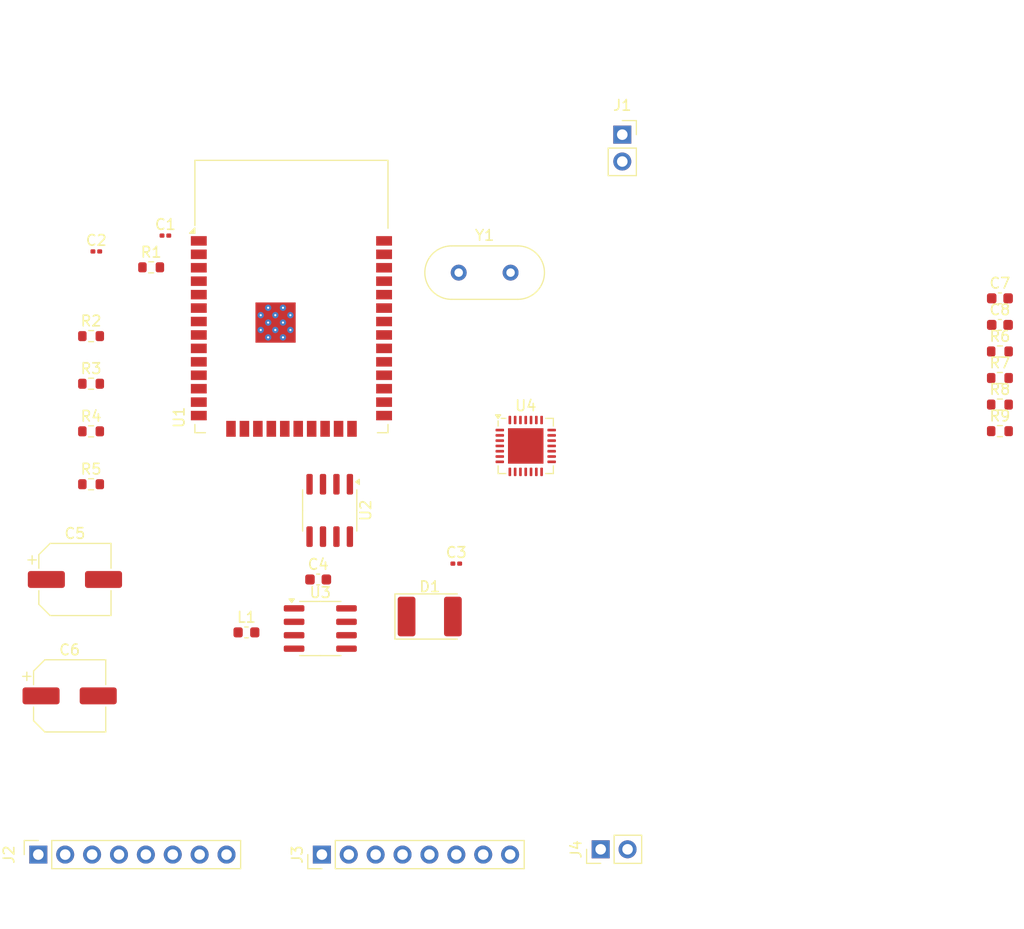
<source format=kicad_pcb>
(kicad_pcb (version 20240108) (generator "pcbnew") (generator_version "8.0")
  (layers (0 "F.Cu" signal) (31 "B.Cu" signal) (34 "B.Paste" user) (35 "F.Paste" user) (36 "B.SilkS" user "B.Silkscreen") (37 "F.SilkS" user "F.Silkscreen") (38 "B.Mask" user) (39 "F.Mask" user) (44 "Edge.Cuts" user))
  (net 0 "")
  (net 1 "GND")
  (net 2 "/3v3")
  (net 3 "Net-(U1-EN)")
  (net 4 "Net-(D1-K)")
  (net 5 "Net-(U3-CB)")
  (net 6 "/Vin_12V")
  (net 7 "VDD33")
  (net 8 "Net-(U1-IO32)")
  (net 9 "Net-(U1-IO33)")
  (net 10 "Net-(U2-Rs)")
  (net 26 "/CAN0_TXD")
  (net 40 "/CAN0_RXD")
  (net 44 "Net-(J1-Pin_1)")
  (net 45 "Net-(J1-Pin_2)")
  (net 66 "Net-(U4-SUSPEND)")
  (net 67 "Net-(U4-~{RST})")
  (net 68 "Net-(U4-VBUS)")
  (net 69 "/VBUS")
  (net 71 "/USB_DP")
  (net 74 "Net-(U4-GND-Pad29)")
  (net 75 "/DCD")
  (net 76 "/RXD")
  (net 77 "/DSR")
  (net 81 "/RTS")
  (net 83 "/CTS")
  (net 86 "/RI")
  (net 89 "/USB_DN")
  (net 91 "/TXD")
  (footprint "Capacitor_SMD:C_0201_0603Metric" (layer "F.Cu") (at 54.82 66.5)
    (property "Reference" "C3" (at 0 -1.05 0) (layer "F.SilkS"))
    (property "Value" "1uF")
    (pad "1" smd roundrect (at -0.32 0) (size 0.46 0.4) (layers "F.Cu" "F.Mask") (net 3 "Net-(U1-EN)"))
    (pad "2" smd roundrect (at 0.32 0) (size 0.46 0.4) (layers "F.Cu" "F.Mask") (net 1 "GND"))
  )
  (footprint "Capacitor_SMD:CP_Elec_6.3x3" (layer "F.Cu") (at 18.8 68)
    (property "Reference" "C5" (at 0 -4.35 0) (layer "F.SilkS"))
    (property "Value" "C_Polarized")
    (fp_line (start -4.4375 -1.8475) (end -3.65 -1.8475) (stroke (width 0.12)) (layer "F.SilkS"))
    (fp_line (start -4.04375 -2.24125) (end -4.04375 -1.45375) (stroke (width 0.12)) (layer "F.SilkS"))
    (fp_line (start -3.41 -2.345563) (end -3.41 -1.06) (stroke (width 0.12)) (layer "F.SilkS"))
    (fp_line (start -3.41 -2.345563) (end -2.345563 -3.41) (stroke (width 0.12)) (layer "F.SilkS"))
    (fp_line (start -3.41 2.345563) (end -3.41 1.06) (stroke (width 0.12)) (layer "F.SilkS"))
    (fp_line (start -3.41 2.345563) (end -2.345563 3.41) (stroke (width 0.12)) (layer "F.SilkS"))
    (fp_line (start -2.345563 -3.41) (end 3.41 -3.41) (stroke (width 0.12)) (layer "F.SilkS"))
    (fp_line (start -2.345563 3.41) (end 3.41 3.41) (stroke (width 0.12)) (layer "F.SilkS"))
    (fp_line (start 3.41 -3.41) (end 3.41 -1.06) (stroke (width 0.12)) (layer "F.SilkS"))
    (fp_line (start 3.41 3.41) (end 3.41 1.06) (stroke (width 0.12)) (layer "F.SilkS"))
    (pad "1" smd roundrect (at -2.7 0) (size 3.5 1.6) (layers "F.Cu" "F.Paste" "F.Mask") (roundrect_rratio 0.15625) (net 6 "/Vin_12V"))
    (pad "2" smd roundrect (at 2.7 0) (size 3.5 1.6) (layers "F.Cu" "F.Paste" "F.Mask") (roundrect_rratio 0.15625) (net 1 "GND"))
  )
  (footprint "Resistor_SMD:R_0603_1608Metric" (layer "F.Cu") (at 26 38.5)
    (property "Reference" "R1" (at 0 -1.43 0) (layer "F.SilkS"))
    (property "Value" "10k")
    (fp_line (start -0.237258 -0.5225) (end 0.237258 -0.5225) (stroke (width 0.12)) (layer "F.SilkS"))
    (fp_line (start -0.237258 0.5225) (end 0.237258 0.5225) (stroke (width 0.12)) (layer "F.SilkS"))
    (pad "1" smd roundrect (at -0.825 0) (size 0.8 0.95) (layers "F.Cu" "F.Paste" "F.Mask") (net 2 "/3v3"))
    (pad "2" smd roundrect (at 0.825 0) (size 0.8 0.95) (layers "F.Cu" "F.Paste" "F.Mask") (net 3 "Net-(U1-EN)"))
  )
  (footprint "Resistor_SMD:R_0603_1608Metric" (layer "F.Cu") (at 106.17 46.45)
    (property "Reference" "R6" (at 0 -1.43 0) (layer "F.SilkS"))
    (property "Value" "10K")
    (fp_line (start -0.237258 -0.5225) (end 0.237258 -0.5225) (stroke (width 0.12)) (layer "F.SilkS"))
    (fp_line (start -0.237258 0.5225) (end 0.237258 0.5225) (stroke (width 0.12)) (layer "F.SilkS"))
    (pad "1" smd roundrect (at -0.825 0) (size 0.8 0.95) (layers "F.Cu" "F.Paste" "F.Mask") (net 1 "GND"))
    (pad "2" smd roundrect (at 0.825 0) (size 0.8 0.95) (layers "F.Cu" "F.Paste" "F.Mask") (net 66 "Net-(U4-SUSPEND)"))
  )
  (footprint "Resistor_SMD:R_0603_1608Metric" (layer "F.Cu") (at 106.17 51.47)
    (property "Reference" "R8" (at 0 -1.43 0) (layer "F.SilkS"))
    (property "Value" "22.1K")
    (fp_line (start -0.237258 -0.5225) (end 0.237258 -0.5225) (stroke (width 0.12)) (layer "F.SilkS"))
    (fp_line (start -0.237258 0.5225) (end 0.237258 0.5225) (stroke (width 0.12)) (layer "F.SilkS"))
    (pad "1" smd roundrect (at -0.825 0) (size 0.8 0.95) (layers "F.Cu" "F.Paste" "F.Mask") (net 69 "/VBUS"))
    (pad "2" smd roundrect (at 0.825 0) (size 0.8 0.95) (layers "F.Cu" "F.Paste" "F.Mask") (net 68 "Net-(U4-VBUS)"))
  )
  (footprint "Resistor_SMD:R_0603_1608Metric" (layer "F.Cu") (at 20.325 49.5)
    (property "Reference" "R3" (at 0 -1.43 0) (layer "F.SilkS"))
    (property "Value" "R")
    (fp_line (start -0.237258 -0.5225) (end 0.237258 -0.5225) (stroke (width 0.12)) (layer "F.SilkS"))
    (fp_line (start -0.237258 0.5225) (end 0.237258 0.5225) (stroke (width 0.12)) (layer "F.SilkS"))
    (pad "1" smd roundrect (at -0.825 0) (size 0.8 0.95) (layers "F.Cu" "F.Paste" "F.Mask") (net 9 "Net-(U1-IO33)"))
    (pad "2" smd roundrect (at 0.825 0) (size 0.8 0.95) (layers "F.Cu" "F.Paste" "F.Mask") (net 1 "GND"))
  )
  (footprint "Resistor_SMD:R_0603_1608Metric" (layer "F.Cu") (at 106.17 53.98)
    (property "Reference" "R9" (at 0 -1.43 0) (layer "F.SilkS"))
    (property "Value" "47.5K")
    (fp_line (start -0.237258 -0.5225) (end 0.237258 -0.5225) (stroke (width 0.12)) (layer "F.SilkS"))
    (fp_line (start -0.237258 0.5225) (end 0.237258 0.5225) (stroke (width 0.12)) (layer "F.SilkS"))
    (pad "1" smd roundrect (at -0.825 0) (size 0.8 0.95) (layers "F.Cu" "F.Paste" "F.Mask") (net 68 "Net-(U4-VBUS)"))
    (pad "2" smd roundrect (at 0.825 0) (size 0.8 0.95) (layers "F.Cu" "F.Paste" "F.Mask") (net 1 "GND"))
  )
  (footprint "Package_DFN_QFN:QFN-28-1EP_5x5mm_P0.5mm_EP3.35x3.35mm" (layer "F.Cu") (at 61.38 55.38)
    (property "Reference" "U4" (at 0 -3.8 0) (layer "F.SilkS"))
    (property "Value" "CP2102N-Axx-xQFN28")
    (fp_line (start -2.61 -1.885) (end -2.61 -2.37) (stroke (width 0.12)) (layer "F.SilkS"))
    (fp_line (start -2.61 2.61) (end -2.61 1.885) (stroke (width 0.12)) (layer "F.SilkS"))
    (fp_line (start -1.885 -2.61) (end -2.31 -2.61) (stroke (width 0.12)) (layer "F.SilkS"))
    (fp_line (start -1.885 2.61) (end -2.61 2.61) (stroke (width 0.12)) (layer "F.SilkS"))
    (fp_line (start 1.885 -2.61) (end 2.61 -2.61) (stroke (width 0.12)) (layer "F.SilkS"))
    (fp_line (start 1.885 2.61) (end 2.61 2.61) (stroke (width 0.12)) (layer "F.SilkS"))
    (fp_line (start 2.61 -2.61) (end 2.61 -1.885) (stroke (width 0.12)) (layer "F.SilkS"))
    (fp_line (start 2.61 2.61) (end 2.61 1.885) (stroke (width 0.12)) (layer "F.SilkS"))
    (fp_poly (pts (xy -2.61 -2.61) (xy -2.85 -2.94) (xy -2.37 -2.94) (xy -2.61 -2.61)) (stroke (width 0.12)) (fill solid) (layer "F.SilkS"))
    (pad "1" smd roundrect (at -2.45 -1.5) (size 0.8 0.25) (layers "F.Cu" "F.Paste" "F.Mask") (net 75 "/DCD"))
    (pad "2" smd roundrect (at -2.45 -1) (size 0.8 0.25) (layers "F.Cu" "F.Paste" "F.Mask") (net 86 "/RI"))
    (pad "3" smd roundrect (at -2.45 -0.5) (size 0.8 0.25) (layers "F.Cu" "F.Paste" "F.Mask") (net 74 "Net-(U4-GND-Pad29)"))
    (pad "4" smd roundrect (at -2.45 0) (size 0.8 0.25) (layers "F.Cu" "F.Paste" "F.Mask") (net 71 "/USB_DP"))
    (pad "5" smd roundrect (at -2.45 0.5) (size 0.8 0.25) (layers "F.Cu" "F.Paste" "F.Mask") (net 89 "/USB_DN"))
    (pad "6" smd roundrect (at -2.45 1) (size 0.8 0.25) (layers "F.Cu" "F.Paste" "F.Mask") (net 7 "VDD33"))
    (pad "7" smd roundrect (at -2.45 1.5) (size 0.8 0.25) (layers "F.Cu" "F.Paste" "F.Mask") (net 7 "VDD33"))
    (pad "8" smd roundrect (at -1.5 2.45) (size 0.25 0.8) (layers "F.Cu" "F.Paste" "F.Mask") (net 68 "Net-(U4-VBUS)"))
    (pad "9" smd roundrect (at -1 2.45) (size 0.25 0.8) (layers "F.Cu" "F.Paste" "F.Mask") (net 67 "Net-(U4-~{RST})"))
    (pad "10" smd roundrect (at -0.5 2.45) (size 0.25 0.8) (layers "F.Cu" "F.Paste" "F.Mask"))
    (pad "11" smd roundrect (at 0 2.45) (size 0.25 0.8) (layers "F.Cu" "F.Paste" "F.Mask"))
    (pad "12" smd roundrect (at 0.5 2.45) (size 0.25 0.8) (layers "F.Cu" "F.Paste" "F.Mask") (net 66 "Net-(U4-SUSPEND)"))
    (pad "13" smd roundrect (at 1 2.45) (size 0.25 0.8) (layers "F.Cu" "F.Paste" "F.Mask"))
    (pad "14" smd roundrect (at 1.5 2.45) (size 0.25 0.8) (layers "F.Cu" "F.Paste" "F.Mask"))
    (pad "15" smd roundrect (at 2.45 1.5) (size 0.8 0.25) (layers "F.Cu" "F.Paste" "F.Mask"))
    (pad "16" smd roundrect (at 2.45 1) (size 0.8 0.25) (layers "F.Cu" "F.Paste" "F.Mask"))
    (pad "17" smd roundrect (at 2.45 0.5) (size 0.8 0.25) (layers "F.Cu" "F.Paste" "F.Mask"))
    (pad "18" smd roundrect (at 2.45 0) (size 0.8 0.25) (layers "F.Cu" "F.Paste" "F.Mask"))
    (pad "19" smd roundrect (at 2.45 -0.5) (size 0.8 0.25) (layers "F.Cu" "F.Paste" "F.Mask"))
    (pad "20" smd roundrect (at 2.45 -1) (size 0.8 0.25) (layers "F.Cu" "F.Paste" "F.Mask"))
    (pad "21" smd roundrect (at 2.45 -1.5) (size 0.8 0.25) (layers "F.Cu" "F.Paste" "F.Mask"))
    (pad "22" smd roundrect (at 1.5 -2.45) (size 0.25 0.8) (layers "F.Cu" "F.Paste" "F.Mask"))
    (pad "23" smd roundrect (at 1 -2.45) (size 0.25 0.8) (layers "F.Cu" "F.Paste" "F.Mask") (net 83 "/CTS"))
    (pad "24" smd roundrect (at 0.5 -2.45) (size 0.25 0.8) (layers "F.Cu" "F.Paste" "F.Mask") (net 81 "/RTS"))
    (pad "25" smd roundrect (at 0 -2.45) (size 0.25 0.8) (layers "F.Cu" "F.Paste" "F.Mask") (net 76 "/RXD"))
    (pad "26" smd roundrect (at -0.5 -2.45) (size 0.25 0.8) (layers "F.Cu" "F.Paste" "F.Mask") (net 91 "/TXD"))
    (pad "27" smd roundrect (at -1 -2.45) (size 0.25 0.8) (layers "F.Cu" "F.Paste" "F.Mask") (net 77 "/DSR"))
    (pad "28" smd roundrect (at -1.5 -2.45) (size 0.25 0.8) (layers "F.Cu" "F.Paste" "F.Mask") (net 1 "GND"))
    (pad "29" smd rect (at 0 0) (size 3.35 3.35) (property pad_prop_heatsink) (layers "F.Cu" "F.Mask") (net 74 "Net-(U4-GND-Pad29)"))
  )
  (footprint "Capacitor_SMD:C_0603_1608Metric" (layer "F.Cu") (at 41.775 68)
    (property "Reference" "C4" (at 0 -1.43 0) (layer "F.SilkS"))
    (property "Value" "C")
    (fp_line (start -0.14058 -0.51) (end 0.14058 -0.51) (stroke (width 0.12)) (layer "F.SilkS"))
    (fp_line (start -0.14058 0.51) (end 0.14058 0.51) (stroke (width 0.12)) (layer "F.SilkS"))
    (pad "1" smd roundrect (at -0.775 0) (size 0.9 0.95) (layers "F.Cu" "F.Paste" "F.Mask") (net 5 "Net-(U3-CB)"))
    (pad "2" smd roundrect (at 0.775 0) (size 0.9 0.95) (layers "F.Cu" "F.Paste" "F.Mask") (net 4 "Net-(D1-K)"))
  )
  (footprint "Resistor_SMD:R_0603_1608Metric" (layer "F.Cu") (at 20.325 54)
    (property "Reference" "R4" (at 0 -1.43 0) (layer "F.SilkS"))
    (property "Value" "R")
    (fp_line (start -0.237258 -0.5225) (end 0.237258 -0.5225) (stroke (width 0.12)) (layer "F.SilkS"))
    (fp_line (start -0.237258 0.5225) (end 0.237258 0.5225) (stroke (width 0.12)) (layer "F.SilkS"))
    (pad "1" smd roundrect (at -0.825 0) (size 0.8 0.95) (layers "F.Cu" "F.Paste" "F.Mask") (net 1 "GND"))
    (pad "2" smd roundrect (at 0.825 0) (size 0.8 0.95) (layers "F.Cu" "F.Paste" "F.Mask") (net 1 "GND"))
  )
  (footprint "Crystal:Crystal_HC18-U_Vertical" (layer "F.Cu") (at 55.05 39)
    (property "Reference" "Y1" (at 2.45 -3.525 0) (layer "F.SilkS"))
    (property "Value" "Crystal")
    (fp_line (start -0.675 -2.525) (end 5.575 -2.525) (stroke (width 0.12)) (layer "F.SilkS"))
    (fp_line (start -0.675 2.525) (end 5.575 2.525) (stroke (width 0.12)) (layer "F.SilkS"))
    (fp_arc (start -0.675 2.525) (mid -3.2 0) (end -0.675 -2.525) (stroke (width 0.12)) (layer "F.SilkS"))
    (fp_arc (start 5.575 -2.525) (mid 8.1 0) (end 5.575 2.525) (stroke (width 0.12)) (layer "F.SilkS"))
    (pad "1" thru_hole circle (at 0 0) (size 1.5 1.5) (drill 0.8) (layers "*.Cu" "*.Mask") (net 1 "GND"))
    (pad "2" thru_hole circle (at 4.9 0) (size 1.5 1.5) (drill 0.8) (layers "*.Cu" "*.Mask") (net 1 "GND"))
  )
  (footprint "Connector_PinSocket_2.54mm:PinSocket_1x08_P2.54mm_Vertical" (layer "F.Cu") (at 15.34 94 90)
    (property "Reference" "J2" (at 0 -2.77 90) (layer "F.SilkS"))
    (property "Value" "Conn_01x08")
    (fp_line (start 1.33 -1.33) (end 1.33 0) (stroke (width 0.12)) (layer "F.SilkS"))
    (fp_line (start 0 -1.33) (end 1.33 -1.33) (stroke (width 0.12)) (layer "F.SilkS"))
    (fp_line (start 1.33 1.27) (end 1.33 19.11) (stroke (width 0.12)) (layer "F.SilkS"))
    (fp_line (start -1.33 1.27) (end 1.33 1.27) (stroke (width 0.12)) (layer "F.SilkS"))
    (fp_line (start -1.33 1.27) (end -1.33 19.11) (stroke (width 0.12)) (layer "F.SilkS"))
    (fp_line (start -1.33 19.11) (end 1.33 19.11) (stroke (width 0.12)) (layer "F.SilkS"))
    (pad "1" thru_hole rect (at 0 0 90) (size 1.7 1.7) (drill 1) (layers "*.Cu" "*.Mask"))
    (pad "2" thru_hole oval (at 0 2.54 90) (size 1.7 1.7) (drill 1) (layers "*.Cu" "*.Mask"))
    (pad "3" thru_hole oval (at 0 5.08 90) (size 1.7 1.7) (drill 1) (layers "*.Cu" "*.Mask"))
    (pad "4" thru_hole oval (at 0 7.62 90) (size 1.7 1.7) (drill 1) (layers "*.Cu" "*.Mask"))
    (pad "5" thru_hole oval (at 0 10.16 90) (size 1.7 1.7) (drill 1) (layers "*.Cu" "*.Mask"))
    (pad "6" thru_hole oval (at 0 12.7 90) (size 1.7 1.7) (drill 1) (layers "*.Cu" "*.Mask"))
    (pad "7" thru_hole oval (at 0 15.24 90) (size 1.7 1.7) (drill 1) (layers "*.Cu" "*.Mask"))
    (pad "8" thru_hole oval (at 0 17.78 90) (size 1.7 1.7) (drill 1) (layers "*.Cu" "*.Mask"))
  )
  (footprint "Connector_PinHeader_2.54mm:PinHeader_1x02_P2.54mm_Vertical" (layer "F.Cu") (at 68.46 93.5 90)
    (property "Reference" "J4" (at 0 -2.33 90) (layer "F.SilkS"))
    (property "Value" "Conn_01x02_Socket")
    (fp_line (start -1.33 -1.33) (end 0 -1.33) (stroke (width 0.12)) (layer "F.SilkS"))
    (fp_line (start -1.33 0) (end -1.33 -1.33) (stroke (width 0.12)) (layer "F.SilkS"))
    (fp_line (start 1.33 1.27) (end 1.33 3.87) (stroke (width 0.12)) (layer "F.SilkS"))
    (fp_line (start -1.33 1.27) (end 1.33 1.27) (stroke (width 0.12)) (layer "F.SilkS"))
    (fp_line (start -1.33 1.27) (end -1.33 3.87) (stroke (width 0.12)) (layer "F.SilkS"))
    (fp_line (start -1.33 3.87) (end 1.33 3.87) (stroke (width 0.12)) (layer "F.SilkS"))
    (pad "1" thru_hole rect (at 0 0 90) (size 1.7 1.7) (drill 1) (layers "*.Cu" "*.Mask"))
    (pad "2" thru_hole oval (at 0 2.54 90) (size 1.7 1.7) (drill 1) (layers "*.Cu" "*.Mask"))
  )
  (footprint "Connector_PinSocket_2.54mm:PinSocket_1x02_P2.54mm_Vertical" (layer "F.Cu") (at 70.5 25.96)
    (property "Reference" "J1" (at 0 -2.77 0) (layer "F.SilkS"))
    (property "Value" "Conn_01x02_Socket")
    (fp_line (start -1.33 1.27) (end -1.33 3.87) (stroke (width 0.12)) (layer "F.SilkS"))
    (fp_line (start -1.33 1.27) (end 1.33 1.27) (stroke (width 0.12)) (layer "F.SilkS"))
    (fp_line (start -1.33 3.87) (end 1.33 3.87) (stroke (width 0.12)) (layer "F.SilkS"))
    (fp_line (start 0 -1.33) (end 1.33 -1.33) (stroke (width 0.12)) (layer "F.SilkS"))
    (fp_line (start 1.33 -1.33) (end 1.33 0) (stroke (width 0.12)) (layer "F.SilkS"))
    (fp_line (start 1.33 1.27) (end 1.33 3.87) (stroke (width 0.12)) (layer "F.SilkS"))
    (pad "1" thru_hole rect (at 0 0) (size 1.7 1.7) (drill 1) (layers "*.Cu" "*.Mask") (net 44 "Net-(J1-Pin_1)"))
    (pad "2" thru_hole oval (at 0 2.54) (size 1.7 1.7) (drill 1) (layers "*.Cu" "*.Mask") (net 45 "Net-(J1-Pin_2)"))
  )
  (footprint "Diode_SMD:D_2114_3652Metric" (layer "F.Cu") (at 52.3125 71.5)
    (property "Reference" "D1" (at 0 -2.82 0) (layer "F.SilkS"))
    (property "Value" "D_Schottky")
    (fp_line (start -3.285 -2.135) (end -3.285 2.135) (stroke (width 0.12)) (layer "F.SilkS"))
    (fp_line (start -3.285 2.135) (end 2.6 2.135) (stroke (width 0.12)) (layer "F.SilkS"))
    (fp_line (start 2.6 -2.135) (end -3.285 -2.135) (stroke (width 0.12)) (layer "F.SilkS"))
    (pad "1" smd roundrect (at -2.1875 0) (size 1.675 3.75) (layers "F.Cu" "F.Paste" "F.Mask") (roundrect_rratio 0.149254) (net 4 "Net-(D1-K)"))
    (pad "2" smd roundrect (at 2.1875 0) (size 1.675 3.75) (layers "F.Cu" "F.Paste" "F.Mask") (roundrect_rratio 0.149254) (net 1 "GND"))
  )
  (footprint "Package_SO:SOIC-8_3.9x4.9mm_P1.27mm" (layer "F.Cu") (at 41.975 72.635)
    (property "Reference" "U3" (at 0 -3.4 0) (layer "F.SilkS"))
    (property "Value" "LM2675M-3.3")
    (fp_line (start 0 -2.56) (end -1.95 -2.56) (stroke (width 0.12)) (layer "F.SilkS"))
    (fp_line (start 0 -2.56) (end 1.95 -2.56) (stroke (width 0.12)) (layer "F.SilkS"))
    (fp_line (start 0 2.56) (end -1.95 2.56) (stroke (width 0.12)) (layer "F.SilkS"))
    (fp_line (start 0 2.56) (end 1.95 2.56) (stroke (width 0.12)) (layer "F.SilkS"))
    (fp_poly (pts (xy -2.7 -2.465) (xy -2.94 -2.795) (xy -2.46 -2.795) (xy -2.7 -2.465)) (stroke (width 0.12)) (fill solid) (layer "F.SilkS"))
    (pad "1" smd roundrect (at -2.475 -1.905) (size 1.95 0.6) (layers "F.Cu" "F.Paste" "F.Mask") (net 5 "Net-(U3-CB)"))
    (pad "2" smd roundrect (at -2.475 -0.635) (size 1.95 0.6) (layers "F.Cu" "F.Paste" "F.Mask"))
    (pad "3" smd roundrect (at -2.475 0.635) (size 1.95 0.6) (layers "F.Cu" "F.Paste" "F.Mask"))
    (pad "4" smd roundrect (at -2.475 1.905) (size 1.95 0.6) (layers "F.Cu" "F.Paste" "F.Mask") (net 7 "VDD33"))
    (pad "5" smd roundrect (at 2.475 1.905) (size 1.95 0.6) (layers "F.Cu" "F.Paste" "F.Mask"))
    (pad "6" smd roundrect (at 2.475 0.635) (size 1.95 0.6) (layers "F.Cu" "F.Paste" "F.Mask") (net 1 "GND"))
    (pad "7" smd roundrect (at 2.475 -0.635) (size 1.95 0.6) (layers "F.Cu" "F.Paste" "F.Mask") (net 6 "/Vin_12V"))
    (pad "8" smd roundrect (at 2.475 -1.905) (size 1.95 0.6) (layers "F.Cu" "F.Paste" "F.Mask") (net 4 "Net-(D1-K)"))
  )
  (footprint "Connector_PinHeader_2.54mm:PinHeader_1x08_P2.54mm_Vertical" (layer "F.Cu") (at 42.125 94 90)
    (property "Reference" "J3" (at 0 -2.33 90) (layer "F.SilkS"))
    (property "Value" "Conn_01x08")
    (fp_line (start -1.33 -1.33) (end 0 -1.33) (stroke (width 0.12)) (layer "F.SilkS"))
    (fp_line (start -1.33 0) (end -1.33 -1.33) (stroke (width 0.12)) (layer "F.SilkS"))
    (fp_line (start 1.33 1.27) (end 1.33 19.11) (stroke (width 0.12)) (layer "F.SilkS"))
    (fp_line (start -1.33 1.27) (end 1.33 1.27) (stroke (width 0.12)) (layer "F.SilkS"))
    (fp_line (start -1.33 1.27) (end -1.33 19.11) (stroke (width 0.12)) (layer "F.SilkS"))
    (fp_line (start -1.33 19.11) (end 1.33 19.11) (stroke (width 0.12)) (layer "F.SilkS"))
    (pad "1" thru_hole rect (at 0 0 90) (size 1.7 1.7) (drill 1) (layers "*.Cu" "*.Mask"))
    (pad "2" thru_hole oval (at 0 2.54 90) (size 1.7 1.7) (drill 1) (layers "*.Cu" "*.Mask"))
    (pad "3" thru_hole oval (at 0 5.08 90) (size 1.7 1.7) (drill 1) (layers "*.Cu" "*.Mask"))
    (pad "4" thru_hole oval (at 0 7.62 90) (size 1.7 1.7) (drill 1) (layers "*.Cu" "*.Mask"))
    (pad "5" thru_hole oval (at 0 10.16 90) (size 1.7 1.7) (drill 1) (layers "*.Cu" "*.Mask"))
    (pad "6" thru_hole oval (at 0 12.7 90) (size 1.7 1.7) (drill 1) (layers "*.Cu" "*.Mask"))
    (pad "7" thru_hole oval (at 0 15.24 90) (size 1.7 1.7) (drill 1) (layers "*.Cu" "*.Mask"))
    (pad "8" thru_hole oval (at 0 17.78 90) (size 1.7 1.7) (drill 1) (layers "*.Cu" "*.Mask"))
  )
  (footprint "Resistor_SMD:R_0603_1608Metric" (layer "F.Cu") (at 106.17 48.96)
    (property "Reference" "R7" (at 0 -1.43 0) (layer "F.SilkS"))
    (property "Value" "2K")
    (fp_line (start -0.237258 -0.5225) (end 0.237258 -0.5225) (stroke (width 0.12)) (layer "F.SilkS"))
    (fp_line (start -0.237258 0.5225) (end 0.237258 0.5225) (stroke (width 0.12)) (layer "F.SilkS"))
    (pad "1" smd roundrect (at -0.825 0) (size 0.8 0.95) (layers "F.Cu" "F.Paste" "F.Mask") (net 67 "Net-(U4-~{RST})"))
    (pad "2" smd roundrect (at 0.825 0) (size 0.8 0.95) (layers "F.Cu" "F.Paste" "F.Mask") (net 7 "VDD33"))
  )
  (footprint "Resistor_SMD:R_0603_1608Metric" (layer "F.Cu") (at 20.325 59)
    (property "Reference" "R5" (at 0 -1.43 0) (layer "F.SilkS"))
    (property "Value" "10K")
    (fp_line (start -0.237258 -0.5225) (end 0.237258 -0.5225) (stroke (width 0.12)) (layer "F.SilkS"))
    (fp_line (start -0.237258 0.5225) (end 0.237258 0.5225) (stroke (width 0.12)) (layer "F.SilkS"))
    (pad "1" smd roundrect (at -0.825 0) (size 0.8 0.95) (layers "F.Cu" "F.Paste" "F.Mask") (net 10 "Net-(U2-Rs)"))
    (pad "2" smd roundrect (at 0.825 0) (size 0.8 0.95) (layers "F.Cu" "F.Paste" "F.Mask") (net 1 "GND"))
  )
  (footprint "Inductor_SMD:L_0603_1608Metric" (layer "F.Cu") (at 35 73)
    (property "Reference" "L1" (at 0 -1.43 0) (layer "F.SilkS"))
    (property "Value" "L")
    (fp_line (start -0.162779 -0.51) (end 0.162779 -0.51) (stroke (width 0.12)) (layer "F.SilkS"))
    (fp_line (start -0.162779 0.51) (end 0.162779 0.51) (stroke (width 0.12)) (layer "F.SilkS"))
    (pad "1" smd roundrect (at -0.7875 0) (size 0.875 0.95) (layers "F.Cu" "F.Paste" "F.Mask") (net 4 "Net-(D1-K)"))
    (pad "2" smd roundrect (at 0.7875 0) (size 0.875 0.95) (layers "F.Cu" "F.Paste" "F.Mask") (net 7 "VDD33"))
  )
  (footprint "Resistor_SMD:R_0603_1608Metric" (layer "F.Cu") (at 20.325 45)
    (property "Reference" "R2" (at 0 -1.43 0) (layer "F.SilkS"))
    (property "Value" "R")
    (fp_line (start -0.237258 -0.5225) (end 0.237258 -0.5225) (stroke (width 0.12)) (layer "F.SilkS"))
    (fp_line (start -0.237258 0.5225) (end 0.237258 0.5225) (stroke (width 0.12)) (layer "F.SilkS"))
    (pad "1" smd roundrect (at -0.825 0) (size 0.8 0.95) (layers "F.Cu" "F.Paste" "F.Mask") (net 8 "Net-(U1-IO32)"))
    (pad "2" smd roundrect (at 0.825 0) (size 0.8 0.95) (layers "F.Cu" "F.Paste" "F.Mask") (net 1 "GND"))
  )
  (footprint "Package_SO:SOIC-8_3.9x4.9mm_P1.27mm" (layer "F.Cu") (at 42.865 61.475 -90)
    (property "Reference" "U2" (at 0 -3.4 90) (layer "F.SilkS"))
    (property "Value" "SN65HVD230")
    (fp_line (start 0 2.56) (end -1.95 2.56) (stroke (width 0.12)) (layer "F.SilkS"))
    (fp_line (start 0 2.56) (end 1.95 2.56) (stroke (width 0.12)) (layer "F.SilkS"))
    (fp_line (start 0 -2.56) (end -1.95 -2.56) (stroke (width 0.12)) (layer "F.SilkS"))
    (fp_line (start 0 -2.56) (end 1.95 -2.56) (stroke (width 0.12)) (layer "F.SilkS"))
    (fp_poly (pts (xy -2.7 -2.465) (xy -2.94 -2.795) (xy -2.46 -2.795) (xy -2.7 -2.465)) (stroke (width 0.12)) (fill solid) (layer "F.SilkS"))
    (pad "1" smd roundrect (at -2.475 -1.905 270) (size 1.95 0.6) (layers "F.Cu" "F.Paste" "F.Mask") (net 26 "/CAN0_TXD"))
    (pad "2" smd roundrect (at -2.475 -0.635 270) (size 1.95 0.6) (layers "F.Cu" "F.Paste" "F.Mask") (net 1 "GND"))
    (pad "3" smd roundrect (at -2.475 0.635 270) (size 1.95 0.6) (layers "F.Cu" "F.Paste" "F.Mask") (net 7 "VDD33"))
    (pad "4" smd roundrect (at -2.475 1.905 270) (size 1.95 0.6) (layers "F.Cu" "F.Paste" "F.Mask") (net 40 "/CAN0_RXD"))
    (pad "5" smd roundrect (at 2.475 1.905 270) (size 1.95 0.6) (layers "F.Cu" "F.Paste" "F.Mask"))
    (pad "6" smd roundrect (at 2.475 0.635 270) (size 1.95 0.6) (layers "F.Cu" "F.Paste" "F.Mask") (net 45 "Net-(J1-Pin_2)"))
    (pad "7" smd roundrect (at 2.475 -0.635 270) (size 1.95 0.6) (layers "F.Cu" "F.Paste" "F.Mask") (net 44 "Net-(J1-Pin_1)"))
    (pad "8" smd roundrect (at 2.475 -1.905 270) (size 1.95 0.6) (layers "F.Cu" "F.Paste" "F.Mask") (net 10 "Net-(U2-Rs)"))
  )
  (footprint "Capacitor_SMD:C_0603_1608Metric" (layer "F.Cu") (at 106.17 41.43)
    (property "Reference" "C7" (at 0 -1.43 0) (layer "F.SilkS"))
    (property "Value" "4.7uF")
    (fp_line (start -0.14058 -0.51) (end 0.14058 -0.51) (stroke (width 0.12)) (layer "F.SilkS"))
    (fp_line (start -0.14058 0.51) (end 0.14058 0.51) (stroke (width 0.12)) (layer "F.SilkS"))
    (pad "1" smd roundrect (at -0.775 0) (size 0.9 0.95) (layers "F.Cu" "F.Paste" "F.Mask") (net 7 "VDD33"))
    (pad "2" smd roundrect (at 0.775 0) (size 0.9 0.95) (layers "F.Cu" "F.Paste" "F.Mask") (net 1 "GND"))
  )
  (footprint "Capacitor_SMD:C_0603_1608Metric" (layer "F.Cu") (at 106.17 43.94)
    (property "Reference" "C8" (at 0 -1.43 0) (layer "F.SilkS"))
    (property "Value" "4.7uF")
    (fp_line (start -0.14058 -0.51) (end 0.14058 -0.51) (stroke (width 0.12)) (layer "F.SilkS"))
    (fp_line (start -0.14058 0.51) (end 0.14058 0.51) (stroke (width 0.12)) (layer "F.SilkS"))
    (pad "1" smd roundrect (at -0.775 0) (size 0.9 0.95) (layers "F.Cu" "F.Paste" "F.Mask") (net 7 "VDD33"))
    (pad "2" smd roundrect (at 0.775 0) (size 0.9 0.95) (layers "F.Cu" "F.Paste" "F.Mask") (net 1 "GND"))
  )
  (footprint "Capacitor_SMD:CP_Elec_6.3x3" (layer "F.Cu") (at 18.3 79)
    (property "Reference" "C6" (at 0 -4.35 0) (layer "F.SilkS"))
    (property "Value" "C_Polarized")
    (fp_line (start -4.4375 -1.8475) (end -3.65 -1.8475) (stroke (width 0.12)) (layer "F.SilkS"))
    (fp_line (start -4.04375 -2.24125) (end -4.04375 -1.45375) (stroke (width 0.12)) (layer "F.SilkS"))
    (fp_line (start -3.41 -2.345563) (end -3.41 -1.06) (stroke (width 0.12)) (layer "F.SilkS"))
    (fp_line (start -3.41 -2.345563) (end -2.345563 -3.41) (stroke (width 0.12)) (layer "F.SilkS"))
    (fp_line (start -3.41 2.345563) (end -3.41 1.06) (stroke (width 0.12)) (layer "F.SilkS"))
    (fp_line (start -3.41 2.345563) (end -2.345563 3.41) (stroke (width 0.12)) (layer "F.SilkS"))
    (fp_line (start -2.345563 -3.41) (end 3.41 -3.41) (stroke (width 0.12)) (layer "F.SilkS"))
    (fp_line (start -2.345563 3.41) (end 3.41 3.41) (stroke (width 0.12)) (layer "F.SilkS"))
    (fp_line (start 3.41 -3.41) (end 3.41 -1.06) (stroke (width 0.12)) (layer "F.SilkS"))
    (fp_line (start 3.41 3.41) (end 3.41 1.06) (stroke (width 0.12)) (layer "F.SilkS"))
    (pad "1" smd roundrect (at -2.7 0) (size 3.5 1.6) (layers "F.Cu" "F.Paste" "F.Mask") (roundrect_rratio 0.15625) (net 7 "VDD33"))
    (pad "2" smd roundrect (at 2.7 0) (size 3.5 1.6) (layers "F.Cu" "F.Paste" "F.Mask") (roundrect_rratio 0.15625) (net 1 "GND"))
  )
  (footprint "RF_Module:ESP32-WROOM-32D" (layer "F.Cu") (at 39.25 44.25)
    (property "Reference" "U1" (at -10.61 8.43 90) (layer "F.SilkS"))
    (property "Value" "ESP32-WROOM-32E")
    (fp_line (start -9.12 -15.86) (end -9.12 -9.7) (stroke (width 0.12)) (layer "F.SilkS"))
    (fp_line (start -9.12 -15.86) (end 9.12 -15.86) (stroke (width 0.12)) (layer "F.SilkS"))
    (fp_line (start -9.12 9.1) (end -9.12 9.88) (stroke (width 0.12)) (layer "F.SilkS"))
    (fp_line (start -9.12 9.88) (end -8.12 9.88) (stroke (width 0.12)) (layer "F.SilkS"))
    (fp_line (start 9.12 -15.86) (end 9.12 -9.445) (stroke (width 0.12)) (layer "F.SilkS"))
    (fp_line (start 9.12 9.1) (end 9.12 9.88) (stroke (width 0.12)) (layer "F.SilkS"))
    (fp_line (start 9.12 9.88) (end 8.12 9.88) (stroke (width 0.12)) (layer "F.SilkS"))
    (fp_poly (pts (xy -9.125 -8.975) (xy -9.625 -8.975) (xy -9.125 -9.475) (xy -9.125 -8.975)) (stroke (width 0.12)) (fill solid) (layer "F.SilkS"))
    (pad "1" smd rect (at -8.75 -8.25) (size 1.5 0.9) (layers "F.Cu" "F.Paste" "F.Mask") (net 1 "GND"))
    (pad "2" smd rect (at -8.75 -6.98) (size 1.5 0.9) (layers "F.Cu" "F.Paste" "F.Mask") (net 2 "/3v3"))
    (pad "3" smd rect (at -8.75 -5.71) (size 1.5 0.9) (layers "F.Cu" "F.Paste" "F.Mask") (net 3 "Net-(U1-EN)"))
    (pad "4" smd rect (at -8.75 -4.44) (size 1.5 0.9) (layers "F.Cu" "F.Paste" "F.Mask"))
    (pad "5" smd rect (at -8.75 -3.17) (size 1.5 0.9) (layers "F.Cu" "F.Paste" "F.Mask"))
    (pad "6" smd rect (at -8.75 -1.9) (size 1.5 0.9) (layers "F.Cu" "F.Paste" "F.Mask"))
    (pad "7" smd rect (at -8.75 -0.63) (size 1.5 0.9) (layers "F.Cu" "F.Paste" "F.Mask"))
    (pad "8" smd rect (at -8.75 0.64) (size 1.5 0.9) (layers "F.Cu" "F.Paste" "F.Mask") (net 8 "Net-(U1-IO32)"))
    (pad "9" smd rect (at -8.75 1.91) (size 1.5 0.9) (layers "F.Cu" "F.Paste" "F.Mask") (net 9 "Net-(U1-IO33)"))
    (pad "10" smd rect (at -8.75 3.18) (size 1.5 0.9) (layers "F.Cu" "F.Paste" "F.Mask"))
    (pad "11" smd rect (at -8.75 4.45) (size 1.5 0.9) (layers "F.Cu" "F.Paste" "F.Mask"))
    (pad "12" smd rect (at -8.75 5.72) (size 1.5 0.9) (layers "F.Cu" "F.Paste" "F.Mask"))
    (pad "13" smd rect (at -8.75 6.99) (size 1.5 0.9) (layers "F.Cu" "F.Paste" "F.Mask"))
    (pad "14" smd rect (at -8.75 8.26) (size 1.5 0.9) (layers "F.Cu" "F.Paste" "F.Mask"))
    (pad "15" smd rect (at -5.71 9.51 90) (size 1.5 0.9) (layers "F.Cu" "F.Paste" "F.Mask") (net 1 "GND"))
    (pad "16" smd rect (at -4.44 9.51 90) (size 1.5 0.9) (layers "F.Cu" "F.Paste" "F.Mask"))
    (pad "17" smd rect (at -3.17 9.51 90) (size 1.5 0.9) (layers "F.Cu" "F.Paste" "F.Mask"))
    (pad "18" smd rect (at -1.9 9.51 90) (size 1.5 0.9) (layers "F.Cu" "F.Paste" "F.Mask"))
    (pad "19" smd rect (at -0.63 9.51 90) (size 1.5 0.9) (layers "F.Cu" "F.Paste" "F.Mask"))
    (pad "20" smd rect (at 0.64 9.51 90) (size 1.5 0.9) (layers "F.Cu" "F.Paste" "F.Mask"))
    (pad "21" smd rect (at 1.91 9.51 90) (size 1.5 0.9) (layers "F.Cu" "F.Paste" "F.Mask"))
    (pad "22" smd rect (at 3.18 9.51 90) (size 1.5 0.9) (layers "F.Cu" "F.Paste" "F.Mask"))
    (pad "23" smd rect (at 4.45 9.51 90) (size 1.5 0.9) (layers "F.Cu" "F.Paste" "F.Mask") (net 26 "/CAN0_TXD"))
    (pad "24" smd rect (at 5.72 9.51 90) (size 1.5 0.9) (layers "F.Cu" "F.Paste" "F.Mask") (net 40 "/CAN0_RXD"))
    (pad "25" smd rect (at 8.75 8.26) (size 1.5 0.9) (layers "F.Cu" "F.Paste" "F.Mask"))
    (pad "26" smd rect (at 8.75 6.99) (size 1.5 0.9) (layers "F.Cu" "F.Paste" "F.Mask"))
    (pad "27" smd rect (at 8.75 5.72) (size 1.5 0.9) (layers "F.Cu" "F.Paste" "F.Mask"))
    (pad "28" smd rect (at 8.75 4.45) (size 1.5 0.9) (layers "F.Cu" "F.Paste" "F.Mask"))
    (pad "29" smd rect (at 8.75 3.18) (size 1.5 0.9) (layers "F.Cu" "F.Paste" "F.Mask"))
    (pad "30" smd rect (at 8.75 1.91) (size 1.5 0.9) (layers "F.Cu" "F.Paste" "F.Mask"))
    (pad "31" smd rect (at 8.75 0.64) (size 1.5 0.9) (layers "F.Cu" "F.Paste" "F.Mask"))
    (pad "32" smd rect (at 8.75 -0.63) (size 1.5 0.9) (layers "F.Cu" "F.Paste" "F.Mask"))
    (pad "33" smd rect (at 8.75 -1.9) (size 1.5 0.9) (layers "F.Cu" "F.Paste" "F.Mask"))
    (pad "34" smd rect (at 8.75 -3.17) (size 1.5 0.9) (layers "F.Cu" "F.Paste" "F.Mask"))
    (pad "35" smd rect (at 8.75 -4.44) (size 1.5 0.9) (layers "F.Cu" "F.Paste" "F.Mask"))
    (pad "36" smd rect (at 8.75 -5.71) (size 1.5 0.9) (layers "F.Cu" "F.Paste" "F.Mask"))
    (pad "37" smd rect (at 8.75 -6.98) (size 1.5 0.9) (layers "F.Cu" "F.Paste" "F.Mask"))
    (pad "38" smd rect (at 8.75 -8.25) (size 1.5 0.9) (layers "F.Cu" "F.Paste" "F.Mask") (net 1 "GND"))
    (pad "39" smd rect (at -2.9 -1.93) (size 0.9 0.9) (layers "F.Cu" "F.Paste") (net 1 "GND"))
    (pad "39" thru_hole circle (at -2.9 -1.23) (size 0.6 0.6) (drill 0.2) (property pad_prop_heatsink) (layers "*.Cu" "F.Mask") (net 1 "GND"))
    (pad "39" smd rect (at -2.9 -0.53) (size 0.9 0.9) (layers "F.Cu" "F.Paste") (net 1 "GND"))
    (pad "39" thru_hole circle (at -2.9 0.17) (size 0.6 0.6) (drill 0.2) (property pad_prop_heatsink) (layers "*.Cu" "F.Mask") (net 1 "GND"))
    (pad "39" smd rect (at -2.9 0.87) (size 0.9 0.9) (layers "F.Cu" "F.Paste") (net 1 "GND"))
    (pad "39" thru_hole circle (at -2.2 -1.93) (size 0.6 0.6) (drill 0.2) (property pad_prop_heatsink) (layers "*.Cu" "F.Mask") (net 1 "GND"))
    (pad "39" thru_hole circle (at -2.2 -0.53) (size 0.6 0.6) (drill 0.2) (property pad_prop_heatsink) (layers "*.Cu" "F.Mask") (net 1 "GND"))
    (pad "39" thru_hole circle (at -2.2 0.87) (size 0.6 0.6) (drill 0.2) (property pad_prop_heatsink) (layers "*.Cu" "F.Mask") (net 1 "GND"))
    (pad "39" thru_hole circle (at -1.525 -1.23) (size 0.6 0.6) (drill 0.2) (property pad_prop_heatsink) (layers "*.Cu" "F.Mask") (net 1 "GND"))
    (pad "39" thru_hole circle (at -1.525 0.17) (size 0.6 0.6) (drill 0.2) (property pad_prop_heatsink) (layers "*.Cu" "F.Mask") (net 1 "GND"))
    (pad "39" smd rect (at -1.5 -1.93) (size 0.9 0.9) (layers "F.Cu" "F.Paste") (net 1 "GND"))
    (pad "39" smd rect (at -1.5 -0.53) (size 0.9 0.9) (layers "F.Cu" "F.Paste") (net 1 "GND"))
    (pad "39" smd rect (at -1.5 -0.53) (size 3.8 3.8) (layers "F.Cu" "F.Mask") (net 1 "GND"))
    (pad "39" smd rect (at -1.5 0.87) (size 0.9 0.9) (layers "F.Cu" "F.Paste") (net 1 "GND"))
    (pad "39" thru_hole circle (at -0.8 -1.93) (size 0.6 0.6) (drill 0.2) (property pad_prop_heatsink) (layers "*.Cu" "F.Mask") (net 1 "GND"))
    (pad "39" thru_hole circle (at -0.8 -0.53) (size 0.6 0.6) (drill 0.2) (property pad_prop_heatsink) (layers "*.Cu" "F.Mask") (net 1 "GND"))
    (pad "39" thru_hole circle (at -0.8 0.87) (size 0.6 0.6) (drill 0.2) (property pad_prop_heatsink) (layers "*.Cu" "F.Mask") (net 1 "GND"))
    (pad "39" smd rect (at -0.1 -1.93) (size 0.9 0.9) (layers "F.Cu" "F.Paste") (net 1 "GND"))
    (pad "39" thru_hole circle (at -0.1 -1.23) (size 0.6 0.6) (drill 0.2) (property pad_prop_heatsink) (layers "*.Cu" "F.Mask") (net 1 "GND"))
    (pad "39" smd rect (at -0.1 -0.53) (size 0.9 0.9) (layers "F.Cu" "F.Paste") (net 1 "GND"))
    (pad "39" thru_hole circle (at -0.1 0.17) (size 0.6 0.6) (drill 0.2) (property pad_prop_heatsink) (layers "*.Cu" "F.Mask") (net 1 "GND"))
    (pad "39" smd rect (at -0.1 0.87) (size 0.9 0.9) (layers "F.Cu" "F.Paste") (net 1 "GND"))
  )
  (footprint "Capacitor_SMD:C_0201_0603Metric" (layer "F.Cu") (at 20.82 37)
    (property "Reference" "C2" (at 0 -1.05 0) (layer "F.SilkS"))
    (property "Value" "0.1uF")
    (pad "1" smd roundrect (at -0.32 0) (size 0.46 0.4) (layers "F.Cu" "F.Mask") (net 2 "/3v3"))
    (pad "2" smd roundrect (at 0.32 0) (size 0.46 0.4) (layers "F.Cu" "F.Mask") (net 1 "GND"))
  )
  (footprint "Capacitor_SMD:C_0201_0603Metric" (layer "F.Cu") (at 27.345 35.5)
    (property "Reference" "C1" (at 0 -1.05 0) (layer "F.SilkS"))
    (property "Value" "22uF")
    (pad "1" smd roundrect (at -0.32 0) (size 0.46 0.4) (layers "F.Cu" "F.Mask") (net 2 "/3v3"))
    (pad "2" smd roundrect (at 0.32 0) (size 0.46 0.4) (layers "F.Cu" "F.Mask") (net 1 "GND"))
  )
)
</source>
